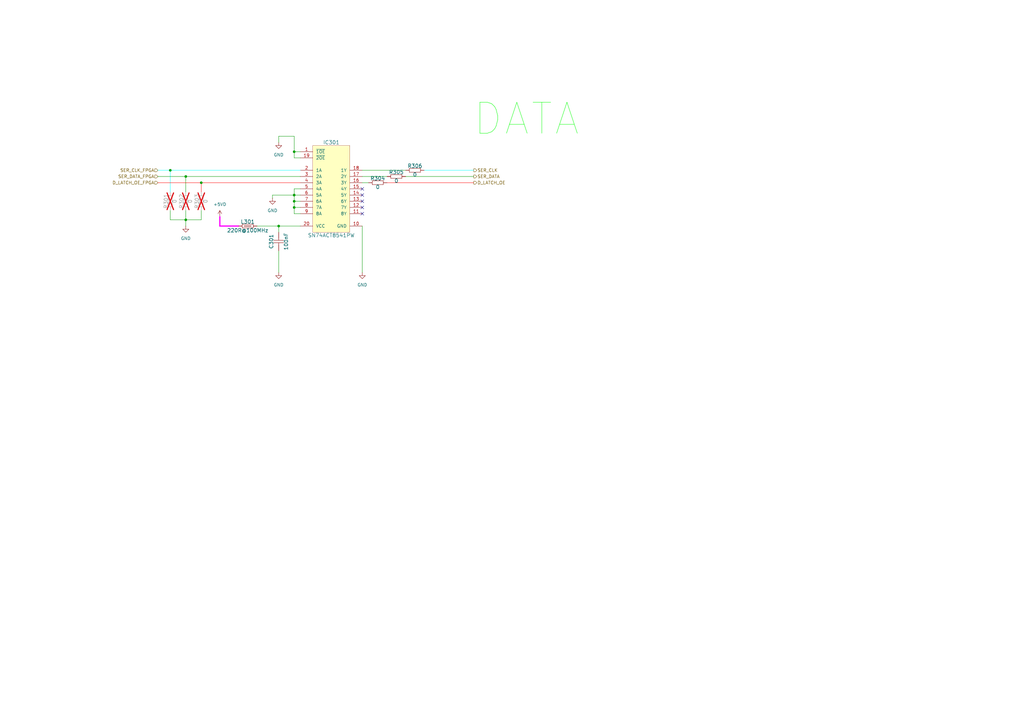
<source format=kicad_sch>
(kicad_sch (version 20250114) (generator "eeschema") (generator_version "9.0")
  (paper "A3")
  (title_block (date "2025-04-16") (company "CERN") (comment 1 "Design by A. Jevtic"))
  (lib_symbols
    (symbol "CERN:Capacitors SMD/CC0402_100NF_25V_10%_X7R_YUDEN_TMK105B7104KVHF" (pin_numbers (hide yes)) (pin_names (offset 1.27) (hide yes))
      (property "Reference" "C" (at 3.81 3.048 0))
      (property "Value" "100nF" (at 3.81 -3.048 0))
      (symbol "Capacitors SMD/CC0402_100NF_25V_10%_X7R_YUDEN_TMK105B7104KVHF_1_0"
        (polyline (pts (xy 2.54 0) (xy 3.302 0)))
        (polyline (pts (xy 3.302 -2.032) (xy 3.302 2.032)))
        (polyline (pts (xy 4.318 2.032) (xy 4.318 -2.032)))
        (polyline (pts (xy 5.08 0) (xy 4.318 0)))
        (pin passive line (at 0 0 0) (length 2.54) (name "1") (number "1"))
        (pin passive line (at 7.62 0 180) (length 2.54) (name "2") (number "2"))
      )
    )
    (symbol "CERN:Inductors SMD/IND0603_MURATA_BLM18SG221TN1 [alt]" (pin_numbers (hide yes)) (pin_names (offset 1.27) (hide yes))
      (property "Reference" "L" (at 3.81 1.778 0))
      (property "Value" "220R@100MHz" (at 3.81 -1.778 0))
      (symbol "Inductors SMD/IND0603_MURATA_BLM18SG221TN1 [alt]_1_0"
        (polyline (pts (xy 1.524 0.762) (xy 1.524 -0.762)))
        (polyline (pts (xy 1.524 -0.762) (xy 6.096 -0.762)))
        (rectangle (start 5.334 0.127) (end 2.286 -0.127) (stroke (width -0.0001)) (fill (type outline)))
        (polyline (pts (xy 6.096 0.762) (xy 1.524 0.762)))
        (polyline (pts (xy 6.096 -0.762) (xy 6.096 0.762)))
        (pin passive line (at 0 0 0) (length 1.524) (name "1") (number "1"))
        (pin passive line (at 7.62 0 180) (length 1.524) (name "2") (number "2"))
      )
    )
    (symbol "CERN:Resistors SMD/R0402_0R_JUMPER" (pin_numbers (hide yes)) (pin_names (offset 1.27) (hide yes))
      (property "Reference" "R" (at 3.81 1.778 0))
      (property "Value" "0" (at 3.81 -1.778 0))
      (symbol "Resistors SMD/R0402_0R_JUMPER_1_0"
        (polyline (pts (xy 1.524 0.762) (xy 1.524 -0.762)))
        (polyline (pts (xy 1.524 -0.762) (xy 6.096 -0.762)))
        (polyline (pts (xy 6.096 0.762) (xy 1.524 0.762)))
        (polyline (pts (xy 6.096 -0.762) (xy 6.096 0.762)))
        (pin passive line (at 0 0 0) (length 1.524) (name "1") (number "1"))
        (pin passive line (at 7.62 0 180) (length 1.524) (name "2") (number "2"))
      )
    )
    (symbol "CERN:Standard Logic/SN74ACT8541PW" (pin_names (offset 1.27))
      (property "Reference" "IC" (at 7.62 1.27 0))
      (property "Value" "${DEVICE}" (at 7.62 -36.83 0))
      (symbol "Standard Logic/SN74ACT8541PW_1_0"
        (rectangle (start 15.24 0) (end 0 -35.56) (stroke (width 0.0254) (color 128 0 0 1)) (fill (type background)))
        (pin input line (at -5.08 -2.54 0) (length 5.08) (name "~{1OE}") (number "1"))
        (pin input line (at -5.08 -5.08 0) (length 5.08) (name "~{2OE}") (number "19"))
        (pin input line (at -5.08 -10.16 0) (length 5.08) (name "1A") (number "2"))
        (pin input line (at -5.08 -12.7 0) (length 5.08) (name "2A") (number "3"))
        (pin input line (at -5.08 -15.24 0) (length 5.08) (name "3A") (number "4"))
        (pin input line (at -5.08 -17.78 0) (length 5.08) (name "4A") (number "5"))
        (pin input line (at -5.08 -20.32 0) (length 5.08) (name "5A") (number "6"))
        (pin input line (at -5.08 -22.86 0) (length 5.08) (name "6A") (number "7"))
        (pin input line (at -5.08 -25.4 0) (length 5.08) (name "7A") (number "8"))
        (pin input line (at -5.08 -27.94 0) (length 5.08) (name "8A") (number "9"))
        (pin power_in line (at -5.08 -33.02 0) (length 5.08) (name "VCC") (number "20"))
        (pin output line (at 20.32 -10.16 180) (length 5.08) (name "1Y") (number "18"))
        (pin output line (at 20.32 -12.7 180) (length 5.08) (name "2Y") (number "17"))
        (pin output line (at 20.32 -15.24 180) (length 5.08) (name "3Y") (number "16"))
        (pin output line (at 20.32 -17.78 180) (length 5.08) (name "4Y") (number "15"))
        (pin output line (at 20.32 -20.32 180) (length 5.08) (name "5Y") (number "14"))
        (pin output line (at 20.32 -22.86 180) (length 5.08) (name "6Y") (number "13"))
        (pin output line (at 20.32 -25.4 180) (length 5.08) (name "7Y") (number "12"))
        (pin output line (at 20.32 -27.94 180) (length 5.08) (name "8Y") (number "11"))
        (pin power_in line (at 20.32 -33.02 180) (length 5.08) (name "GND") (number "10"))
      )
    )
    (symbol "power:+5VA" (power) (pin_numbers (hide yes)) (pin_names (offset 0) (hide yes))
      (property "Value" "+5VA" (at 0 3.556 0))
      (symbol "+5VA_0_1"
        (polyline (pts (xy -0.762 1.27) (xy 0 2.54)))
        (polyline (pts (xy 0 2.54) (xy 0.762 1.27)))
        (polyline (pts (xy 0 0) (xy 0 2.54)))
      )
      (symbol "+5VA_1_1"
        (pin power_in line (at 0 0 90) (length 0) (name "~") (number "1"))
      )
    )
    (symbol "power:GND" (power) (pin_numbers (hide yes)) (pin_names (offset 0) (hide yes))
      (property "Value" "GND" (at 0 -3.81 0))
      (symbol "GND_0_1"
        (polyline (pts (xy 0 0) (xy 0 -1.27) (xy 1.27 -1.27) (xy 0 -2.54) (xy -1.27 -1.27) (xy 0 -1.27)))
      )
      (symbol "GND_1_1"
        (pin power_in line (at 0 0 270) (length 0) (name "~") (number "1"))
      )
    )
  )
  (text "DATA" (at 215.9 49.022 0) (effects (font (size 12.7 12.7))))
  (junction (at 120.65 80.01))
  (junction (at 69.85 69.85))
  (junction (at 76.2 90.17))
  (junction (at 120.65 85.09))
  (junction (at 114.3 92.71))
  (junction (at 120.65 62.23))
  (junction (at 120.65 82.55))
  (junction (at 82.55 74.93))
  (junction (at 76.2 72.39))
  (no_connect (at 148.59 85.09))
  (no_connect (at 148.59 80.01))
  (no_connect (at 148.59 87.63))
  (no_connect (at 148.59 82.55))
  (no_connect (at 148.59 77.47))
  (wire (pts (xy 69.85 69.85) (xy 123.19 69.85)) (stroke (width 0) (color 0 255 255 1)))
  (wire (pts (xy 123.19 77.47) (xy 120.65 77.47)))
  (wire (pts (xy 120.65 62.23) (xy 120.65 64.77)))
  (wire (pts (xy 120.65 80.01) (xy 123.19 80.01)))
  (wire (pts (xy 64.77 74.93) (xy 82.55 74.93)) (stroke (width 0) (color 255 0 0 1)))
  (wire (pts (xy 105.41 92.71) (xy 114.3 92.71)))
  (wire (pts (xy 148.59 69.85) (xy 166.37 69.85)))
  (wire (pts (xy 123.19 62.23) (xy 120.65 62.23)))
  (wire (pts (xy 76.2 72.39) (xy 76.2 78.74)))
  (wire (pts (xy 90.17 88.9) (xy 90.17 92.71)) (stroke (width 0.508) (color 255 0 255 1)))
  (wire (pts (xy 76.2 92.71) (xy 76.2 90.17)))
  (wire (pts (xy 120.65 55.88) (xy 114.3 55.88)))
  (wire (pts (xy 120.65 82.55) (xy 120.65 85.09)))
  (wire (pts (xy 69.85 90.17) (xy 76.2 90.17)))
  (wire (pts (xy 166.37 72.39) (xy 194.31 72.39)))
  (wire (pts (xy 148.59 92.71) (xy 148.59 111.76)))
  (wire (pts (xy 82.55 74.93) (xy 123.19 74.93)) (stroke (width 0) (color 255 0 0 1)))
  (wire (pts (xy 64.77 72.39) (xy 76.2 72.39)))
  (wire (pts (xy 120.65 77.47) (xy 120.65 80.01)))
  (wire (pts (xy 114.3 92.71) (xy 123.19 92.71)))
  (wire (pts (xy 120.65 87.63) (xy 123.19 87.63)))
  (wire (pts (xy 120.65 80.01) (xy 120.65 82.55)))
  (wire (pts (xy 120.65 64.77) (xy 123.19 64.77)))
  (wire (pts (xy 69.85 86.36) (xy 69.85 90.17)))
  (wire (pts (xy 120.65 62.23) (xy 120.65 55.88)))
  (wire (pts (xy 114.3 92.71) (xy 114.3 95.25)))
  (wire (pts (xy 120.65 85.09) (xy 120.65 87.63)))
  (wire (pts (xy 76.2 72.39) (xy 123.19 72.39)))
  (wire (pts (xy 76.2 90.17) (xy 82.55 90.17)))
  (wire (pts (xy 111.76 81.28) (xy 111.76 80.01)))
  (wire (pts (xy 64.77 69.85) (xy 69.85 69.85)) (stroke (width 0) (color 0 255 255 1)))
  (wire (pts (xy 120.65 82.55) (xy 123.19 82.55)))
  (wire (pts (xy 111.76 80.01) (xy 120.65 80.01)))
  (wire (pts (xy 120.65 85.09) (xy 123.19 85.09)))
  (wire (pts (xy 69.85 69.85) (xy 69.85 78.74)) (stroke (width 0) (color 0 255 255 1)))
  (wire (pts (xy 90.17 92.71) (xy 97.79 92.71)) (stroke (width 0.508) (color 255 0 255 1)))
  (wire (pts (xy 82.55 90.17) (xy 82.55 86.36)))
  (wire (pts (xy 114.3 102.87) (xy 114.3 111.76)))
  (wire (pts (xy 114.3 55.88) (xy 114.3 58.42)))
  (wire (pts (xy 158.75 74.93) (xy 194.31 74.93)) (stroke (width 0) (color 255 0 0 1)))
  (wire (pts (xy 82.55 74.93) (xy 82.55 78.74)) (stroke (width 0) (color 255 0 0 1)))
  (wire (pts (xy 194.31 69.85) (xy 173.99 69.85)) (stroke (width 0) (color 0 255 255 1)))
  (wire (pts (xy 76.2 86.36) (xy 76.2 90.17)))
  (wire (pts (xy 148.59 74.93) (xy 151.13 74.93)))
  (wire (pts (xy 148.59 72.39) (xy 158.75 72.39)))
  (hierarchical_label "D_LATCH_OE_FPGA" (shape input) (at 64.77 74.93 180))
  (hierarchical_label "SER_DATA" (shape output) (at 194.31 72.39 0))
  (hierarchical_label "SER_CLK" (shape output) (at 194.31 69.85 0))
  (hierarchical_label "SER_CLK_FPGA" (shape input) (at 64.77 69.85 180))
  (hierarchical_label "SER_DATA_FPGA" (shape input) (at 64.77 72.39 180))
  (hierarchical_label "D_LATCH_OE" (shape output) (at 194.31 74.93 0))
  (symbol (lib_id "power:GND") (at 114.3 111.76 0) (mirror y) (unit 1)
    (property "Reference" "#PWR0305" (effects (hide yes)))
    (property "Value" "GND" (at 114.3 116.84 0))
    (property "Description" "Power symbol creates a global label with name \"GND\" , ground" (effects (hide yes)))
  )
  (symbol (lib_id "CERN:Inductors SMD/IND0603_MURATA_BLM18SG221TN1 [alt]") (at 105.41 92.71 0) (mirror y) (unit 1)
    (property "Reference" "L301" (at 101.6 90.932 0) (effects (font (size 1.524 1.524))))
    (property "Value" "220R@100MHz" (at 101.6 94.488 0) (effects (font (size 1.524 1.524))))
    (property "Footprint" "Inductors SMD:INDC1608X95N" (effects (hide yes)))
    (property "Datasheet" "${CERN_DATASHEET_DIR}\\IND0603_MURATA_BLM18S.pdf" (effects (hide yes)))
    (property "Description" "SMD EMIFIL Suppression Chip Ferrite Bead" (effects (hide yes)))
    (property "Manufacturer" "MURATA" (effects (hide yes)))
    (property "Comment" "220R@100MHz" (effects (hide yes)))
    (property "Component Kind" "Standard" (effects (hide yes)))
    (property "Component Type" "Standard" (effects (hide yes)))
    (property "Pin Count" "2" (effects (hide yes)))
    (property "Power" "2.5A" (effects (hide yes)))
    (property "Resistance" "0.04R" (effects (hide yes)))
    (property "Tolerance" "±25%" (effects (hide yes)))
    (property "Part Description" "SMD EMIFIL Suppression Chip Ferrite Bead" (effects (hide yes)))
    (property "Manufacturer Part Number" "BLM18SG221TN1" (effects (hide yes)))
    (property "Case" "0603" (effects (hide yes)))
    (property "Mounted" "Yes" (effects (hide yes)))
    (property "Socket" "No" (effects (hide yes)))
    (property "SMD" "Yes" (effects (hide yes)))
    (property "Sense" "No" (effects (hide yes)))
    (property "ComponentHeight" "0.95mm" (effects (hide yes)))
    (property "HelpURL" "\\\\cern.ch\\dfs\\Applications\\Altium\\Datasheets\\IND0603_MURATA_BLM18S.pdf" (effects (hide yes)))
    (property "Author" "CERN DEM MR" (effects (hide yes)))
    (property "CreateDate" "2016-01-08 00:00:00 +0000" (effects (hide yes)))
    (property "LatestRevisionDate" "2018-10-25 00:00:00 +0000" (effects (hide yes)))
    (property "LibSymbol" "Inductors & Transformers:Ferrite Bead [alt]" (effects (hide yes)))
    (property "LibFootprint" "Inductors SMD:INDC1608X95N" (effects (hide yes)))
    (property "Part Number" "IND0603_MURATA_BLM18SG221TN1" (effects (hide yes)))
    (property "Database Name" "Inductors & Transformers" (effects (hide yes)))
    (property "Database Table Name" "Inductors SMD" (effects (hide yes)))
    (property "Part Number Nocolon" "IND0603_MURATA_BLM18SG221TN1 [alt]" (effects (hide yes)))
  )
  (symbol (lib_id "power:+5VA") (at 90.17 88.9 0) (unit 1)
    (property "Reference" "#PWR0302" (effects (hide yes)))
    (property "Value" "+5VD" (at 90.17 83.82 0))
    (property "Description" "Power symbol creates a global label with name \"+5VA\"" (effects (hide yes)))
  )
  (symbol (lib_id "CERN:Resistors SMD/R0402_0R_JUMPER") (at 158.75 72.39 0) (unit 1)
    (property "Reference" "R305" (at 162.56 70.612 0) (effects (font (size 1.524 1.524))))
    (property "Value" "0" (at 162.56 74.168 0) (effects (font (size 1.524 1.524))))
    (property "Footprint" "Resistors SMD:RESC1005X40N" (effects (hide yes)))
    (property "Datasheet" "${CERN_DATASHEET_DIR}\\R0402_Phycomp_RC0402.pdf" (effects (hide yes)))
    (property "Description" "1A (0.05R Max DC Resistance) Zero Ohm Jumper" (effects (hide yes)))
    (property "Manufacturer" "GENERIC" (effects (hide yes)))
    (property "Comment" "0" (effects (hide yes)))
    (property "Component Kind" "Standard" (effects (hide yes)))
    (property "Component Type" "Standard" (effects (hide yes)))
    (property "Pin Count" "2" (effects (hide yes)))
    (property "Status" "Not Recommended" (effects (hide yes)))
    (property "Part Description" "1A (0.05R Max DC Resistance) Zero Ohm Jumper" (effects (hide yes)))
    (property "Manufacturer Part Number" "R0402_0R_JUMPER" (effects (hide yes)))
    (property "Case" "0402" (effects (hide yes)))
    (property "PressFit" "No" (effects (hide yes)))
    (property "Mounted" "Yes" (effects (hide yes)))
    (property "Sense" "No" (effects (hide yes)))
    (property "Socket" "No" (effects (hide yes)))
    (property "SMD" "Yes" (effects (hide yes)))
    (property "Manufacturer1 Example" "YAGEO PHYCOMP" (effects (hide yes)))
    (property "Manufacturer1 Part Number" "232270591001L" (effects (hide yes)))
    (property "Manufacturer1 ComponentHeight" "0.4mm" (effects (hide yes)))
    (property "HelpURL" "\\\\cern.ch\\dfs\\Applications\\Altium\\Datasheets\\R0402_Phycomp_RC0402.pdf" (effects (hide yes)))
    (property "Author" "CERN DEM JLC" (effects (hide yes)))
    (property "CreateDate" "2007-12-03 00:00:00 +0000" (effects (hide yes)))
    (property "LatestRevisionDate" "2012-10-17 00:00:00 +0000" (effects (hide yes)))
    (property "LibSymbol" "Resistors:Resistor" (effects (hide yes)))
    (property "LibFootprint" "Resistors SMD:RESC1005X40N" (effects (hide yes)))
    (property "Part Number" "R0402_0R_JUMPER" (effects (hide yes)))
    (property "Database Name" "Resistors" (effects (hide yes)))
    (property "Database Table Name" "Resistors SMD" (effects (hide yes)))
    (property "Part Number Nocolon" "R0402_0R_JUMPER" (effects (hide yes)))
  )
  (symbol (lib_id "CERN:Capacitors SMD/CC0402_100NF_25V_10%_X7R_YUDEN_TMK105B7104KVHF") (at 114.3 102.87 90) (unit 1)
    (property "Reference" "C301" (at 111.252 99.06 0) (effects (font (size 1.524 1.524))))
    (property "Value" "100nF" (at 117.348 99.06 0) (effects (font (size 1.524 1.524))))
    (property "Footprint" "Capacitors SMD:CAPC1005X55N" (effects (hide yes)))
    (property "Datasheet" "${CERN_DATASHEET_DIR}\\CC0402_TAIYO-YUDEN_TMK105B7104KVHF.pdf" (effects (hide yes)))
    (property "Description" "SMD Multilayer Chip Ceramic Capacitor (High Dielectric Type) for Automotive / Industrial Applications" (effects (hide yes)))
    (property "Manufacturer" "TAIYO YUDEN" (effects (hide yes)))
    (property "Comment" "100nF" (effects (hide yes)))
    (property "Component Kind" "Standard" (effects (hide yes)))
    (property "Component Type" "Standard" (effects (hide yes)))
    (property "Pin Count" "2" (effects (hide yes)))
    (property "Status" "Not Recommended" (effects (hide yes)))
    (property "Voltage" "25V" (effects (hide yes)))
    (property "TC" "X7R" (effects (hide yes)))
    (property "Tolerance" "±10%" (effects (hide yes)))
    (property "Part Description" "SMD Multilayer Chip Ceramic Capacitor (High Dielectric Type) for Automotive / Industrial Applications" (effects (hide yes)))
    (property "Manufacturer Part Number" "TMK105B7104KVHF" (effects (hide yes)))
    (property "Case" "0402" (effects (hide yes)))
    (property "Mounted" "Yes" (effects (hide yes)))
    (property "Socket" "No" (effects (hide yes)))
    (property "SMD" "Yes" (effects (hide yes)))
    (property "Sense" "No" (effects (hide yes)))
    (property "ComponentHeight" "0.55mm" (effects (hide yes)))
    (property "HelpURL" "\\\\cern.ch\\dfs\\Applications\\Altium\\Datasheets\\CC0402_TAIYO-YUDEN_TMK105B7104KVHF.pdf" (effects (hide yes)))
    (property "Author" "CERN DEM JLC" (effects (hide yes)))
    (property "CreateDate" "2017-05-10 00:00:00 +0000" (effects (hide yes)))
    (property "LatestRevisionDate" "2017-05-10 00:00:00 +0000" (effects (hide yes)))
    (property "LibSymbol" "Capacitors:Capacitor - non polarized" (effects (hide yes)))
    (property "LibFootprint" "Capacitors SMD:CAPC1005X55N" (effects (hide yes)))
    (property "Part Number" "CC0402_100NF_25V_10%_X7R_YUDEN_TMK105B7104KVHF" (effects (hide yes)))
    (property "Database Name" "Capacitors" (effects (hide yes)))
    (property "Database Table Name" "Capacitors SMD" (effects (hide yes)))
    (property "Part Number Nocolon" "CC0402_100NF_25V_10%_X7R_YUDEN_TMK105B7104KVHF" (effects (hide yes)))
  )
  (symbol (lib_id "CERN:Standard Logic/SN74ACT8541PW") (at 128.27 59.69 0) (unit 1)
    (property "Reference" "IC301" (at 135.89 58.42 0) (effects (font (size 1.524 1.524))))
    (property "Value" "${DEVICE}" (at 135.89 96.52 0) (effects (font (size 1.524 1.524))))
    (property "Footprint" "ICs And Semiconductors SMD:SOP65P640X120-20N" (effects (hide yes)))
    (property "Datasheet" "${CERN_DATASHEET_DIR}\\SN74ACT8541.pdf" (effects (hide yes)))
    (property "Description" "Octal Buffers with 3-State Outputs and Schmitt-Trigger Inputs" (effects (hide yes)))
    (property "Manufacturer" "TEXAS INSTRUMENTS" (effects (hide yes)))
    (property "Comment" "SN74ACT8541PW" (effects (hide yes)))
    (property "Component Kind" "Standard" (effects (hide yes)))
    (property "Component Type" "Standard" (effects (hide yes)))
    (property "Device" "SN74ACT8541PW" (effects (hide yes)))
    (property "PackageDescription" "SOP, 20-Leads, Body 6.5x4.4mm, Pitch 0.65mm, IPC Medium Density" (effects (hide yes)))
    (property "Part Description" "Octal Buffers with 3-State Outputs and Schmitt-Trigger Inputs" (effects (hide yes)))
    (property "Manufacturer Part Number" "SN74ACT8541PW" (effects (hide yes)))
    (property "Pin Count" "20" (effects (hide yes)))
    (property "Case" "TSSOP20" (effects (hide yes)))
    (property "Mounted" "Yes" (effects (hide yes)))
    (property "Socket" "No" (effects (hide yes)))
    (property "SMD" "Yes" (effects (hide yes)))
    (property "PressFit" "No" (effects (hide yes)))
    (property "Sense" "No" (effects (hide yes)))
    (property "Bonding" "No" (effects (hide yes)))
    (property "ComponentHeight" "1.2mm" (effects (hide yes)))
    (property "Author" "CERN DEM HF" (effects (hide yes)))
    (property "HelpURL" "\\\\cern.ch\\dfs\\Applications\\Altium\\Datasheets\\SN74ACT8541.pdf" (effects (hide yes)))
    (property "CreateDate" "2025-04-10 00:00:00 +0000" (effects (hide yes)))
    (property "LatestRevisionDate" "2025-04-10 00:00:00 +0000" (effects (hide yes)))
    (property "LibSymbol" "Standard Logic:74854" (effects (hide yes)))
    (property "LibFootprint" "ICs And Semiconductors SMD:SOP65P640X120-20N" (effects (hide yes)))
    (property "Part Number" "SN74ACT8541PW" (effects (hide yes)))
    (property "Database Name" "ICs And Semiconductors_Backup" (effects (hide yes)))
    (property "Database Table Name" "Standard Logic" (effects (hide yes)))
    (property "Part Number Nocolon" "SN74ACT8541PW" (effects (hide yes)))
  )
  (symbol (lib_id "power:GND") (at 111.76 81.28 0) (mirror y) (unit 1)
    (property "Reference" "#PWR0303" (effects (hide yes)))
    (property "Value" "GND" (at 111.76 86.36 0))
    (property "Description" "Power symbol creates a global label with name \"GND\" , ground" (effects (hide yes)))
  )
  (symbol (lib_id "power:GND") (at 114.3 58.42 0) (unit 1)
    (property "Reference" "#PWR0304" (effects (hide yes)))
    (property "Value" "GND" (at 114.3 63.5 0))
    (property "Description" "Power symbol creates a global label with name \"GND\" , ground" (effects (hide yes)))
  )
  (symbol (lib_id "CERN:Resistors SMD/R0402_0R_JUMPER") (at 151.13 74.93 0) (unit 1)
    (property "Reference" "R304" (at 154.94 73.152 0) (effects (font (size 1.524 1.524))))
    (property "Value" "0" (at 154.94 76.708 0) (effects (font (size 1.524 1.524))))
    (property "Footprint" "Resistors SMD:RESC1005X40N" (effects (hide yes)))
    (property "Datasheet" "${CERN_DATASHEET_DIR}\\R0402_Phycomp_RC0402.pdf" (effects (hide yes)))
    (property "Description" "1A (0.05R Max DC Resistance) Zero Ohm Jumper" (effects (hide yes)))
    (property "Manufacturer" "GENERIC" (effects (hide yes)))
    (property "Comment" "0" (effects (hide yes)))
    (property "Component Kind" "Standard" (effects (hide yes)))
    (property "Component Type" "Standard" (effects (hide yes)))
    (property "Pin Count" "2" (effects (hide yes)))
    (property "Status" "Not Recommended" (effects (hide yes)))
    (property "Part Description" "1A (0.05R Max DC Resistance) Zero Ohm Jumper" (effects (hide yes)))
    (property "Manufacturer Part Number" "R0402_0R_JUMPER" (effects (hide yes)))
    (property "Case" "0402" (effects (hide yes)))
    (property "PressFit" "No" (effects (hide yes)))
    (property "Mounted" "Yes" (effects (hide yes)))
    (property "Sense" "No" (effects (hide yes)))
    (property "Socket" "No" (effects (hide yes)))
    (property "SMD" "Yes" (effects (hide yes)))
    (property "Manufacturer1 Example" "YAGEO PHYCOMP" (effects (hide yes)))
    (property "Manufacturer1 Part Number" "232270591001L" (effects (hide yes)))
    (property "Manufacturer1 ComponentHeight" "0.4mm" (effects (hide yes)))
    (property "HelpURL" "\\\\cern.ch\\dfs\\Applications\\Altium\\Datasheets\\R0402_Phycomp_RC0402.pdf" (effects (hide yes)))
    (property "Author" "CERN DEM JLC" (effects (hide yes)))
    (property "CreateDate" "2007-12-03 00:00:00 +0000" (effects (hide yes)))
    (property "LatestRevisionDate" "2012-10-17 00:00:00 +0000" (effects (hide yes)))
    (property "LibSymbol" "Resistors:Resistor" (effects (hide yes)))
    (property "LibFootprint" "Resistors SMD:RESC1005X40N" (effects (hide yes)))
    (property "Part Number" "R0402_0R_JUMPER" (effects (hide yes)))
    (property "Database Name" "Resistors" (effects (hide yes)))
    (property "Database Table Name" "Resistors SMD" (effects (hide yes)))
    (property "Part Number Nocolon" "R0402_0R_JUMPER" (effects (hide yes)))
  )
  (symbol (lib_id "CERN:Resistors SMD/R0402_0R_JUMPER") (at 69.85 86.36 90) (unit 1) (dnp yes)
    (property "Reference" "R301" (at 68.072 82.55 0) (effects (font (size 1.524 1.524))))
    (property "Value" "0" (at 71.628 82.55 0) (effects (font (size 1.524 1.524))))
    (property "Footprint" "Resistors SMD:RESC1005X40N" (effects (hide yes)))
    (property "Datasheet" "${CERN_DATASHEET_DIR}\\R0402_Phycomp_RC0402.pdf" (effects (hide yes)))
    (property "Description" "1A (0.05R Max DC Resistance) Zero Ohm Jumper" (effects (hide yes)))
    (property "Manufacturer" "GENERIC" (effects (hide yes)))
    (property "Comment" "0" (effects (hide yes)))
    (property "Component Kind" "Standard" (effects (hide yes)))
    (property "Component Type" "Standard" (effects (hide yes)))
    (property "Pin Count" "2" (effects (hide yes)))
    (property "Status" "Not Recommended" (effects (hide yes)))
    (property "Part Description" "1A (0.05R Max DC Resistance) Zero Ohm Jumper" (effects (hide yes)))
    (property "Manufacturer Part Number" "R0402_0R_JUMPER" (effects (hide yes)))
    (property "Case" "0402" (effects (hide yes)))
    (property "PressFit" "No" (effects (hide yes)))
    (property "Mounted" "Yes" (effects (hide yes)))
    (property "Sense" "No" (effects (hide yes)))
    (property "Socket" "No" (effects (hide yes)))
    (property "SMD" "Yes" (effects (hide yes)))
    (property "Manufacturer1 Example" "YAGEO PHYCOMP" (effects (hide yes)))
    (property "Manufacturer1 Part Number" "232270591001L" (effects (hide yes)))
    (property "Manufacturer1 ComponentHeight" "0.4mm" (effects (hide yes)))
    (property "HelpURL" "\\\\cern.ch\\dfs\\Applications\\Altium\\Datasheets\\R0402_Phycomp_RC0402.pdf" (effects (hide yes)))
    (property "Author" "CERN DEM JLC" (effects (hide yes)))
    (property "CreateDate" "2007-12-03 00:00:00 +0000" (effects (hide yes)))
    (property "LatestRevisionDate" "2012-10-17 00:00:00 +0000" (effects (hide yes)))
    (property "LibSymbol" "Resistors:Resistor" (effects (hide yes)))
    (property "LibFootprint" "Resistors SMD:RESC1005X40N" (effects (hide yes)))
    (property "Part Number" "R0402_0R_JUMPER" (effects (hide yes)))
    (property "Database Name" "Resistors" (effects (hide yes)))
    (property "Database Table Name" "Resistors SMD" (effects (hide yes)))
    (property "Part Number Nocolon" "R0402_0R_JUMPER" (effects (hide yes)))
  )
  (symbol (lib_id "CERN:Resistors SMD/R0402_0R_JUMPER") (at 82.55 86.36 90) (unit 1) (dnp yes)
    (property "Reference" "R303" (at 80.772 82.55 0) (effects (font (size 1.524 1.524))))
    (property "Value" "0" (at 84.328 82.55 0) (effects (font (size 1.524 1.524))))
    (property "Footprint" "Resistors SMD:RESC1005X40N" (effects (hide yes)))
    (property "Datasheet" "${CERN_DATASHEET_DIR}\\R0402_Phycomp_RC0402.pdf" (effects (hide yes)))
    (property "Description" "1A (0.05R Max DC Resistance) Zero Ohm Jumper" (effects (hide yes)))
    (property "Manufacturer" "GENERIC" (effects (hide yes)))
    (property "Comment" "0" (effects (hide yes)))
    (property "Component Kind" "Standard" (effects (hide yes)))
    (property "Component Type" "Standard" (effects (hide yes)))
    (property "Pin Count" "2" (effects (hide yes)))
    (property "Status" "Not Recommended" (effects (hide yes)))
    (property "Part Description" "1A (0.05R Max DC Resistance) Zero Ohm Jumper" (effects (hide yes)))
    (property "Manufacturer Part Number" "R0402_0R_JUMPER" (effects (hide yes)))
    (property "Case" "0402" (effects (hide yes)))
    (property "PressFit" "No" (effects (hide yes)))
    (property "Mounted" "Yes" (effects (hide yes)))
    (property "Sense" "No" (effects (hide yes)))
    (property "Socket" "No" (effects (hide yes)))
    (property "SMD" "Yes" (effects (hide yes)))
    (property "Manufacturer1 Example" "YAGEO PHYCOMP" (effects (hide yes)))
    (property "Manufacturer1 Part Number" "232270591001L" (effects (hide yes)))
    (property "Manufacturer1 ComponentHeight" "0.4mm" (effects (hide yes)))
    (property "HelpURL" "\\\\cern.ch\\dfs\\Applications\\Altium\\Datasheets\\R0402_Phycomp_RC0402.pdf" (effects (hide yes)))
    (property "Author" "CERN DEM JLC" (effects (hide yes)))
    (property "CreateDate" "2007-12-03 00:00:00 +0000" (effects (hide yes)))
    (property "LatestRevisionDate" "2012-10-17 00:00:00 +0000" (effects (hide yes)))
    (property "LibSymbol" "Resistors:Resistor" (effects (hide yes)))
    (property "LibFootprint" "Resistors SMD:RESC1005X40N" (effects (hide yes)))
    (property "Part Number" "R0402_0R_JUMPER" (effects (hide yes)))
    (property "Database Name" "Resistors" (effects (hide yes)))
    (property "Database Table Name" "Resistors SMD" (effects (hide yes)))
    (property "Part Number Nocolon" "R0402_0R_JUMPER" (effects (hide yes)))
  )
  (symbol (lib_id "power:GND") (at 76.2 92.71 0) (mirror y) (unit 1)
    (property "Reference" "#PWR0301" (effects (hide yes)))
    (property "Value" "GND" (at 76.2 97.79 0))
    (property "Description" "Power symbol creates a global label with name \"GND\" , ground" (effects (hide yes)))
  )
  (symbol (lib_id "CERN:Resistors SMD/R0402_0R_JUMPER") (at 166.37 69.85 0) (unit 1)
    (property "Reference" "R306" (at 170.18 68.072 0) (effects (font (size 1.524 1.524))))
    (property "Value" "0" (at 170.18 71.628 0) (effects (font (size 1.524 1.524))))
    (property "Footprint" "Resistors SMD:RESC1005X40N" (effects (hide yes)))
    (property "Datasheet" "${CERN_DATASHEET_DIR}\\R0402_Phycomp_RC0402.pdf" (effects (hide yes)))
    (property "Description" "1A (0.05R Max DC Resistance) Zero Ohm Jumper" (effects (hide yes)))
    (property "Manufacturer" "GENERIC" (effects (hide yes)))
    (property "Comment" "0" (effects (hide yes)))
    (property "Component Kind" "Standard" (effects (hide yes)))
    (property "Component Type" "Standard" (effects (hide yes)))
    (property "Pin Count" "2" (effects (hide yes)))
    (property "Status" "Not Recommended" (effects (hide yes)))
    (property "Part Description" "1A (0.05R Max DC Resistance) Zero Ohm Jumper" (effects (hide yes)))
    (property "Manufacturer Part Number" "R0402_0R_JUMPER" (effects (hide yes)))
    (property "Case" "0402" (effects (hide yes)))
    (property "PressFit" "No" (effects (hide yes)))
    (property "Mounted" "Yes" (effects (hide yes)))
    (property "Sense" "No" (effects (hide yes)))
    (property "Socket" "No" (effects (hide yes)))
    (property "SMD" "Yes" (effects (hide yes)))
    (property "Manufacturer1 Example" "YAGEO PHYCOMP" (effects (hide yes)))
    (property "Manufacturer1 Part Number" "232270591001L" (effects (hide yes)))
    (property "Manufacturer1 ComponentHeight" "0.4mm" (effects (hide yes)))
    (property "HelpURL" "\\\\cern.ch\\dfs\\Applications\\Altium\\Datasheets\\R0402_Phycomp_RC0402.pdf" (effects (hide yes)))
    (property "Author" "CERN DEM JLC" (effects (hide yes)))
    (property "CreateDate" "2007-12-03 00:00:00 +0000" (effects (hide yes)))
    (property "LatestRevisionDate" "2012-10-17 00:00:00 +0000" (effects (hide yes)))
    (property "LibSymbol" "Resistors:Resistor" (effects (hide yes)))
    (property "LibFootprint" "Resistors SMD:RESC1005X40N" (effects (hide yes)))
    (property "Part Number" "R0402_0R_JUMPER" (effects (hide yes)))
    (property "Database Name" "Resistors" (effects (hide yes)))
    (property "Database Table Name" "Resistors SMD" (effects (hide yes)))
    (property "Part Number Nocolon" "R0402_0R_JUMPER" (effects (hide yes)))
  )
  (symbol (lib_id "CERN:Resistors SMD/R0402_0R_JUMPER") (at 76.2 86.36 90) (unit 1) (dnp yes)
    (property "Reference" "R302" (at 74.422 82.55 0) (effects (font (size 1.524 1.524))))
    (property "Value" "0" (at 77.978 82.55 0) (effects (font (size 1.524 1.524))))
    (property "Footprint" "Resistors SMD:RESC1005X40N" (effects (hide yes)))
    (property "Datasheet" "${CERN_DATASHEET_DIR}\\R0402_Phycomp_RC0402.pdf" (effects (hide yes)))
    (property "Description" "1A (0.05R Max DC Resistance) Zero Ohm Jumper" (effects (hide yes)))
    (property "Manufacturer" "GENERIC" (effects (hide yes)))
    (property "Comment" "0" (effects (hide yes)))
    (property "Component Kind" "Standard" (effects (hide yes)))
    (property "Component Type" "Standard" (effects (hide yes)))
    (property "Pin Count" "2" (effects (hide yes)))
    (property "Status" "Not Recommended" (effects (hide yes)))
    (property "Part Description" "1A (0.05R Max DC Resistance) Zero Ohm Jumper" (effects (hide yes)))
    (property "Manufacturer Part Number" "R0402_0R_JUMPER" (effects (hide yes)))
    (property "Case" "0402" (effects (hide yes)))
    (property "PressFit" "No" (effects (hide yes)))
    (property "Mounted" "Yes" (effects (hide yes)))
    (property "Sense" "No" (effects (hide yes)))
    (property "Socket" "No" (effects (hide yes)))
    (property "SMD" "Yes" (effects (hide yes)))
    (property "Manufacturer1 Example" "YAGEO PHYCOMP" (effects (hide yes)))
    (property "Manufacturer1 Part Number" "232270591001L" (effects (hide yes)))
    (property "Manufacturer1 ComponentHeight" "0.4mm" (effects (hide yes)))
    (property "HelpURL" "\\\\cern.ch\\dfs\\Applications\\Altium\\Datasheets\\R0402_Phycomp_RC0402.pdf" (effects (hide yes)))
    (property "Author" "CERN DEM JLC" (effects (hide yes)))
    (property "CreateDate" "2007-12-03 00:00:00 +0000" (effects (hide yes)))
    (property "LatestRevisionDate" "2012-10-17 00:00:00 +0000" (effects (hide yes)))
    (property "LibSymbol" "Resistors:Resistor" (effects (hide yes)))
    (property "LibFootprint" "Resistors SMD:RESC1005X40N" (effects (hide yes)))
    (property "Part Number" "R0402_0R_JUMPER" (effects (hide yes)))
    (property "Database Name" "Resistors" (effects (hide yes)))
    (property "Database Table Name" "Resistors SMD" (effects (hide yes)))
    (property "Part Number Nocolon" "R0402_0R_JUMPER" (effects (hide yes)))
  )
  (symbol (lib_id "power:GND") (at 148.59 111.76 0) (mirror y) (unit 1)
    (property "Reference" "#PWR0306" (effects (hide yes)))
    (property "Value" "GND" (at 148.59 116.84 0))
    (property "Description" "Power symbol creates a global label with name \"GND\" , ground" (effects (hide yes)))
  )
)
</source>
